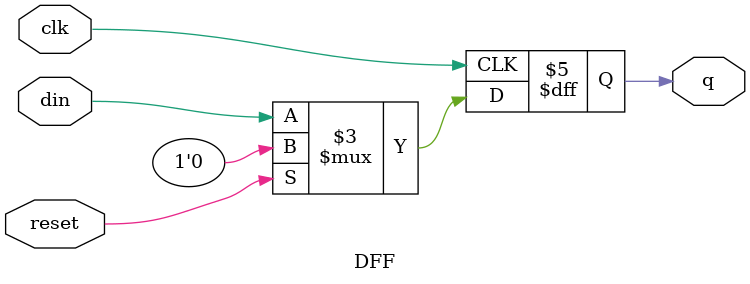
<source format=v>

module TFF(T,clk,reset,q);
    input T,clk,reset;
    output q;
    wire w;
    assign w = T^q;
    DFF df(w,clk,reset,q);
endmodule

module DFF(din,clk,reset,q);
    input din,clk,reset;
    output reg q;
    always@(posedge clk)
    begin
        if(reset)
            q = 1'b0;
        else
            q = din;
    end
endmodule

//module TFF_b();

</source>
